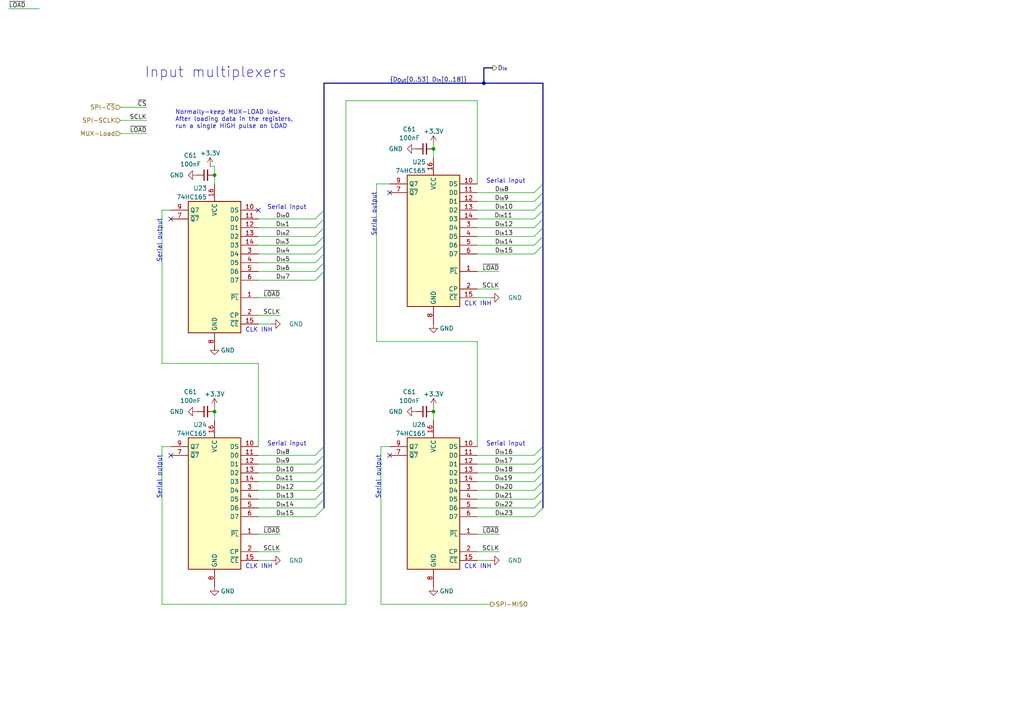
<source format=kicad_sch>
(kicad_sch (version 20230121) (generator eeschema)
  (paper "A4")
  (lib_symbols
    (symbol "74xx:74HC165"
      (property "Reference" "U" (at -7.62 19.05 0))
      (property "Value" "74HC165" (at -7.62 -21.59 0))
      (symbol "74HC165_1_0"
        (pin input line (at -12.7 -10.16 0) (length 5.08) (name "~{PL}") (number "1"))
        (pin input line (at -12.7 15.24 0) (length 5.08) (name "DS") (number "10"))
        (pin input line (at -12.7 12.7 0) (length 5.08) (name "D0") (number "11"))
        (pin input line (at -12.7 10.16 0) (length 5.08) (name "D1") (number "12"))
        (pin input line (at -12.7 7.62 0) (length 5.08) (name "D2") (number "13"))
        (pin input line (at -12.7 5.08 0) (length 5.08) (name "D3") (number "14"))
        (pin input line (at -12.7 -17.78 0) (length 5.08) (name "~{CE}") (number "15"))
        (pin power_in line (at 0 22.86 270) (length 5.08) (name "VCC") (number "16"))
        (pin input line (at -12.7 -15.24 0) (length 5.08) (name "CP") (number "2"))
        (pin input line (at -12.7 2.54 0) (length 5.08) (name "D4") (number "3"))
        (pin input line (at -12.7 0 0) (length 5.08) (name "D5") (number "4"))
        (pin input line (at -12.7 -2.54 0) (length 5.08) (name "D6") (number "5"))
        (pin input line (at -12.7 -5.08 0) (length 5.08) (name "D7") (number "6"))
        (pin output line (at 12.7 12.7 180) (length 5.08) (name "~{Q7}") (number "7"))
        (pin power_in line (at 0 -25.4 90) (length 5.08) (name "GND") (number "8"))
        (pin output line (at 12.7 15.24 180) (length 5.08) (name "Q7") (number "9"))
      )
      (symbol "74HC165_1_1"
        (rectangle (start -7.62 17.78) (end 7.62 -20.32) (stroke (width 0.254)) (fill (type background)))
      )
    )
    (symbol "Device:C_Small" (pin_numbers hide) (pin_names (offset 0.254) hide)
      (property "Reference" "C" (at 0.254 1.778 0))
      (property "Value" "C_Small" (at 0.254 -2.032 0))
      (symbol "C_Small_0_1"
        (polyline (pts (xy -1.524 -0.508) (xy 1.524 -0.508)) (stroke (width 0.3302)))
        (polyline (pts (xy -1.524 0.508) (xy 1.524 0.508)) (stroke (width 0.3048)))
      )
      (symbol "C_Small_1_1"
        (pin passive line (at 0 2.54 270) (length 2.032) (name "~") (number "1"))
        (pin passive line (at 0 -2.54 90) (length 2.032) (name "~") (number "2"))
      )
    )
    (symbol "power:+3.3V" (power) (pin_names (offset 0))
      (property "Value" "+3.3V" (at 0 3.556 0))
      (symbol "+3.3V_0_1"
        (polyline (pts (xy -0.762 1.27) (xy 0 2.54)))
        (polyline (pts (xy 0 0) (xy 0 2.54)))
        (polyline (pts (xy 0 2.54) (xy 0.762 1.27)))
      )
      (symbol "+3.3V_1_1"
        (pin power_in line (at 0 0 90) (length 0) hide (name "+3.3V") (number "1"))
      )
    )
    (symbol "power:GND" (power) (pin_names (offset 0))
      (property "Value" "GND" (at 0 -3.81 0))
      (symbol "GND_0_1"
        (polyline (pts (xy 0 0) (xy 0 -1.27) (xy 1.27 -1.27) (xy 0 -2.54) (xy -1.27 -1.27) (xy 0 -1.27)))
      )
      (symbol "GND_1_1"
        (pin power_in line (at 0 0 270) (length 0) hide (name "GND") (number "1"))
      )
    )
  )
  (junction (at 62.23 119.38))
  (junction (at 125.73 43.18))
  (junction (at 62.23 50.8))
  (junction (at 140.335 24.13))
  (junction (at 125.73 119.38))
  (no_connect (at 74.93 60.96))
  (no_connect (at 49.53 63.5))
  (no_connect (at 113.03 55.88))
  (no_connect (at 113.03 132.08))
  (no_connect (at 49.53 132.08))
  (bus_entry (at 157.48 147.32) (size -2.54 2.54))
  (bus_entry (at 93.98 76.2) (size -2.54 2.54))
  (bus_entry (at 157.48 53.34) (size -2.54 2.54))
  (bus_entry (at 93.98 134.62) (size -2.54 2.54))
  (bus_entry (at 157.48 134.62) (size -2.54 2.54))
  (bus_entry (at 157.48 60.96) (size -2.54 2.54))
  (bus_entry (at 93.98 60.96) (size -2.54 2.54))
  (bus_entry (at 93.98 68.58) (size -2.54 2.54))
  (bus_entry (at 157.48 132.08) (size -2.54 2.54))
  (bus_entry (at 157.48 66.04) (size -2.54 2.54))
  (bus_entry (at 157.48 137.16) (size -2.54 2.54))
  (bus_entry (at 93.98 78.74) (size -2.54 2.54))
  (bus_entry (at 93.98 139.7) (size -2.54 2.54))
  (bus_entry (at 93.98 144.78) (size -2.54 2.54))
  (bus_entry (at 157.48 55.88) (size -2.54 2.54))
  (bus_entry (at 93.98 73.66) (size -2.54 2.54))
  (bus_entry (at 93.98 132.08) (size -2.54 2.54))
  (bus_entry (at 157.48 144.78) (size -2.54 2.54))
  (bus_entry (at 93.98 63.5) (size -2.54 2.54))
  (bus_entry (at 93.98 137.16) (size -2.54 2.54))
  (bus_entry (at 157.48 68.58) (size -2.54 2.54))
  (bus_entry (at 157.48 71.12) (size -2.54 2.54))
  (bus_entry (at 157.48 142.24) (size -2.54 2.54))
  (bus_entry (at 93.98 142.24) (size -2.54 2.54))
  (bus_entry (at 157.48 129.54) (size -2.54 2.54))
  (bus_entry (at 93.98 147.32) (size -2.54 2.54))
  (bus_entry (at 157.48 139.7) (size -2.54 2.54))
  (bus_entry (at 93.98 71.12) (size -2.54 2.54))
  (bus_entry (at 157.48 63.5) (size -2.54 2.54))
  (bus_entry (at 93.98 129.54) (size -2.54 2.54))
  (bus_entry (at 93.98 66.04) (size -2.54 2.54))
  (bus_entry (at 157.48 58.42) (size -2.54 2.54))
  (wire (pts (xy 100.33 29.21) (xy 138.43 29.21)))
  (wire (pts (xy 138.43 162.56) (xy 142.24 162.56)))
  (wire (pts (xy 74.93 91.44) (xy 81.28 91.44)))
  (wire (pts (xy 74.93 78.74) (xy 91.44 78.74)))
  (wire (pts (xy 138.43 60.96) (xy 154.94 60.96)))
  (bus (pts (xy 93.98 134.62) (xy 93.98 132.08)))
  (wire (pts (xy 62.23 48.26) (xy 62.23 50.8)))
  (bus (pts (xy 157.48 139.7) (xy 157.48 142.24)))
  (bus (pts (xy 93.98 139.7) (xy 93.98 137.16)))
  (bus (pts (xy 157.48 129.54) (xy 157.48 132.08)))
  (wire (pts (xy 74.93 93.98) (xy 78.74 93.98)))
  (wire (pts (xy 74.93 76.2) (xy 91.44 76.2)))
  (wire (pts (xy 138.43 83.82) (xy 144.78 83.82)))
  (bus (pts (xy 157.48 53.34) (xy 157.48 55.88)))
  (wire (pts (xy 138.43 149.86) (xy 154.94 149.86)))
  (wire (pts (xy 74.93 73.66) (xy 91.44 73.66)))
  (wire (pts (xy 74.93 134.62) (xy 91.44 134.62)))
  (wire (pts (xy 138.43 66.04) (xy 154.94 66.04)))
  (bus (pts (xy 93.98 129.54) (xy 93.98 78.74)))
  (wire (pts (xy 74.93 81.28) (xy 91.44 81.28)))
  (bus (pts (xy 93.98 76.2) (xy 93.98 73.66)))
  (wire (pts (xy 74.93 137.16) (xy 91.44 137.16)))
  (bus (pts (xy 93.98 63.5) (xy 93.98 60.96)))
  (wire (pts (xy 74.93 139.7) (xy 91.44 139.7)))
  (bus (pts (xy 157.48 24.13) (xy 157.48 53.34)))
  (bus (pts (xy 93.98 137.16) (xy 93.98 134.62)))
  (wire (pts (xy 74.93 66.04) (xy 91.44 66.04)))
  (wire (pts (xy 46.99 60.96) (xy 49.53 60.96)))
  (bus (pts (xy 157.48 134.62) (xy 157.48 137.16)))
  (wire (pts (xy 125.73 43.18) (xy 125.73 45.72)))
  (wire (pts (xy 138.43 99.06) (xy 138.43 129.54)))
  (bus (pts (xy 93.98 24.13) (xy 140.335 24.13)))
  (bus (pts (xy 157.48 132.08) (xy 157.48 134.62)))
  (wire (pts (xy 46.99 129.54) (xy 46.99 175.26)))
  (wire (pts (xy 138.43 55.88) (xy 154.94 55.88)))
  (wire (pts (xy 74.93 149.86) (xy 91.44 149.86)))
  (bus (pts (xy 93.98 142.24) (xy 93.98 139.7)))
  (bus (pts (xy 93.98 60.96) (xy 93.98 24.13)))
  (bus (pts (xy 93.98 78.74) (xy 93.98 76.2)))
  (wire (pts (xy 138.43 63.5) (xy 154.94 63.5)))
  (bus (pts (xy 140.335 24.13) (xy 157.48 24.13)))
  (wire (pts (xy 74.93 144.78) (xy 91.44 144.78)))
  (wire (pts (xy 138.43 86.36) (xy 142.24 86.36)))
  (bus (pts (xy 140.335 24.13) (xy 140.335 19.685)))
  (wire (pts (xy 138.43 78.74) (xy 144.78 78.74)))
  (wire (pts (xy 74.93 162.56) (xy 78.74 162.56)))
  (wire (pts (xy 138.43 29.21) (xy 138.43 53.34)))
  (bus (pts (xy 157.48 68.58) (xy 157.48 71.12)))
  (bus (pts (xy 157.48 144.78) (xy 157.48 147.32)))
  (wire (pts (xy 62.23 101.6) (xy 62.23 100.33)))
  (wire (pts (xy 74.93 63.5) (xy 91.44 63.5)))
  (wire (pts (xy 46.99 60.96) (xy 46.99 105.41)))
  (wire (pts (xy 138.43 139.7) (xy 154.94 139.7)))
  (wire (pts (xy 2.54 2.54) (xy 11.43 2.54)))
  (wire (pts (xy 74.93 132.08) (xy 91.44 132.08)))
  (wire (pts (xy 138.43 144.78) (xy 154.94 144.78)))
  (wire (pts (xy 110.49 175.26) (xy 142.24 175.26)))
  (wire (pts (xy 125.73 118.11) (xy 125.73 119.38)))
  (wire (pts (xy 125.73 41.91) (xy 125.73 43.18)))
  (wire (pts (xy 74.93 71.12) (xy 91.44 71.12)))
  (bus (pts (xy 93.98 68.58) (xy 93.98 66.04)))
  (wire (pts (xy 62.23 48.26) (xy 60.96 48.26)))
  (wire (pts (xy 62.23 50.8) (xy 62.23 53.34)))
  (wire (pts (xy 109.22 99.06) (xy 138.43 99.06)))
  (bus (pts (xy 157.48 63.5) (xy 157.48 66.04)))
  (wire (pts (xy 138.43 73.66) (xy 154.94 73.66)))
  (wire (pts (xy 74.93 147.32) (xy 91.44 147.32)))
  (bus (pts (xy 93.98 144.78) (xy 93.98 142.24)))
  (wire (pts (xy 62.23 118.11) (xy 62.23 119.38)))
  (wire (pts (xy 138.43 132.08) (xy 154.94 132.08)))
  (wire (pts (xy 74.93 105.41) (xy 74.93 129.54)))
  (bus (pts (xy 157.48 55.88) (xy 157.48 58.42)))
  (wire (pts (xy 138.43 154.94) (xy 144.78 154.94)))
  (bus (pts (xy 140.335 19.685) (xy 142.875 19.685)))
  (wire (pts (xy 74.93 160.02) (xy 81.28 160.02)))
  (bus (pts (xy 157.48 60.96) (xy 157.48 63.5)))
  (bus (pts (xy 157.48 71.12) (xy 157.48 129.54)))
  (wire (pts (xy 34.925 38.735) (xy 42.545 38.735)))
  (bus (pts (xy 93.98 147.32) (xy 93.98 144.78)))
  (bus (pts (xy 157.48 137.16) (xy 157.48 139.7)))
  (wire (pts (xy 138.43 142.24) (xy 154.94 142.24)))
  (wire (pts (xy 138.43 134.62) (xy 154.94 134.62)))
  (wire (pts (xy 62.23 119.38) (xy 62.23 121.92)))
  (wire (pts (xy 74.93 68.58) (xy 91.44 68.58)))
  (bus (pts (xy 93.98 73.66) (xy 93.98 71.12)))
  (wire (pts (xy 138.43 137.16) (xy 154.94 137.16)))
  (wire (pts (xy 138.43 160.02) (xy 144.78 160.02)))
  (wire (pts (xy 138.43 58.42) (xy 154.94 58.42)))
  (bus (pts (xy 93.98 132.08) (xy 93.98 129.54)))
  (wire (pts (xy 74.93 154.94) (xy 81.28 154.94)))
  (wire (pts (xy 46.99 129.54) (xy 49.53 129.54)))
  (wire (pts (xy 138.43 147.32) (xy 154.94 147.32)))
  (wire (pts (xy 138.43 68.58) (xy 154.94 68.58)))
  (wire (pts (xy 74.93 86.36) (xy 81.28 86.36)))
  (bus (pts (xy 157.48 58.42) (xy 157.48 60.96)))
  (wire (pts (xy 100.33 175.26) (xy 100.33 29.21)))
  (wire (pts (xy 74.93 142.24) (xy 91.44 142.24)))
  (bus (pts (xy 157.48 142.24) (xy 157.48 144.78)))
  (wire (pts (xy 125.73 119.38) (xy 125.73 121.92)))
  (wire (pts (xy 138.43 71.12) (xy 154.94 71.12)))
  (wire (pts (xy 46.99 175.26) (xy 100.33 175.26)))
  (wire (pts (xy 110.49 129.54) (xy 113.03 129.54)))
  (wire (pts (xy 109.22 53.34) (xy 109.22 99.06)))
  (bus (pts (xy 157.48 66.04) (xy 157.48 68.58)))
  (bus (pts (xy 93.98 66.04) (xy 93.98 63.5)))
  (wire (pts (xy 109.22 53.34) (xy 113.03 53.34)))
  (wire (pts (xy 34.925 31.115) (xy 42.545 31.115)))
  (bus (pts (xy 93.98 71.12) (xy 93.98 68.58)))
  (wire (pts (xy 34.925 34.925) (xy 42.545 34.925)))
  (wire (pts (xy 110.49 129.54) (xy 110.49 175.26)))
  (wire (pts (xy 46.99 105.41) (xy 74.93 105.41)))
  (text "CLK INH" (at 134.62 88.9 0) (effects (font (size 1.27 1.27)) (justify left bottom)))
  (text "CLK INH" (at 71.12 165.1 0) (effects (font (size 1.27 1.27)) (justify left bottom)))
  (text "Normally-keep MUX-LOAD low.\nAfter loading data in the registers,\nrun a single HIGH pulse on LOAD" (at 50.8 37.465 0) (effects (font (size 1.27 1.27)) (justify left bottom)))
  (text "CLK INH" (at 71.12 96.52 0) (effects (font (size 1.27 1.27)) (justify left bottom)))
  (text "Serial input" (at 77.47 129.54 0) (effects (font (size 1.27 1.27)) (justify left bottom)))
  (text "Serial input" (at 140.97 129.54 0) (effects (font (size 1.27 1.27)) (justify left bottom)))
  (text "Serial output" (at 46.99 144.78 90) (effects (font (size 1.27 1.27)) (justify left bottom)))
  (text "CLK INH" (at 134.62 165.1 0) (effects (font (size 1.27 1.27)) (justify left bottom)))
  (text "Serial output" (at 46.99 76.2 90) (effects (font (size 1.27 1.27)) (justify left bottom)))
  (text "Serial output" (at 110.49 144.78 90) (effects (font (size 1.27 1.27)) (justify left bottom)))
  (text "Serial input" (at 140.97 53.34 0) (effects (font (size 1.27 1.27)) (justify left bottom)))
  (text "Input multiplexers" (at 41.91 22.86 0) (effects (font (size 3 3)) (justify left bottom)))
  (text "Serial input" (at 77.47 60.96 0) (effects (font (size 1.27 1.27)) (justify left bottom)))
  (text "Serial output" (at 109.22 68.58 90) (effects (font (size 1.27 1.27)) (justify left bottom)))
  (label "D_{In}15" (at 80.01 149.86 0))
  (label "D_{In}13" (at 143.51 68.58 0))
  (label "D_{In}14" (at 80.01 147.32 0))
  (label "D_{In}6" (at 80.01 78.74 0))
  (label "D_{In}17" (at 143.466 134.62 0))
  (label "SCLK" (at 144.78 160.02 180))
  (label "SCLK" (at 144.78 83.82 180))
  (label "D_{In}10" (at 143.51 60.96 0))
  (label "D_{In}15" (at 143.51 73.66 0))
  (label "D_{In}13" (at 80.01 144.78 0))
  (label "~{LOAD}" (at 81.28 86.36 180))
  (label "D_{In}21" (at 143.51 144.78 0))
  (label "D_{In}11" (at 143.3659 63.5 0))
  (label "SCLK" (at 81.28 91.44 180))
  (label "D_{In}20" (at 143.51 142.24 0))
  (label "D_{In}9" (at 143.466 58.42 0))
  (label "~{CS}" (at 42.545 31.115 180))
  (label "D_{In}8" (at 143.51 55.88 0))
  (label "~{LOAD}" (at 144.78 78.74 180))
  (label "{D_{Out}[0..53] D_{In}[0..18]}" (at 113.03 24.13 0))
  (label "D_{In}5" (at 80.01 76.2 0))
  (label "D_{In}19" (at 143.3659 139.7 0))
  (label "SCLK" (at 42.545 34.925 180))
  (label "~{LOAD}" (at 42.545 38.735 180))
  (label "D_{In}22" (at 143.51 147.32 0))
  (label "D_{In}1" (at 79.966 66.04 0))
  (label "D_{In}4" (at 80.01 73.66 0))
  (label "D_{In}9" (at 79.966 134.62 0))
  (label "D_{In}12" (at 80.01 142.24 0))
  (label "SCLK" (at 81.28 160.02 180))
  (label "D_{In}8" (at 80.01 132.08 0))
  (label "~{LOAD}" (at 144.78 154.94 180))
  (label "D_{In}3" (at 79.8659 71.12 0))
  (label "D_{In}0" (at 80.01 63.5 0))
  (label "D_{In}11" (at 79.8659 139.7 0))
  (label "D_{In}16" (at 143.51 132.08 0))
  (label "D_{In}10" (at 80.01 137.16 0))
  (label "~{LOAD}" (at 2.54 2.54 0))
  (label "D_{In}23" (at 143.51 149.86 0))
  (label "D_{In}12" (at 143.51 66.04 0))
  (label "D_{In}7" (at 80.01 81.28 0))
  (label "D_{In}14" (at 143.51 71.12 0))
  (label "D_{In}2" (at 80.01 68.58 0))
  (label "D_{In}18" (at 143.51 137.16 0))
  (label "~{LOAD}" (at 81.28 154.94 180))
  (hierarchical_label "MUX-Load" (shape input) (at 34.925 38.735 180))
  (hierarchical_label "SPI-SCLK" (shape input) (at 34.925 34.925 180))
  (hierarchical_label "SPI-~{CS}" (shape input) (at 34.925 31.115 180))
  (hierarchical_label "SPI-MISO" (shape output) (at 142.24 175.26 0))
  (hierarchical_label "D_{In}" (shape output) (at 142.875 19.685 0))
  (symbol (lib_id "Device:C_Small") (at 59.69 50.8 90) (unit 1)
    (property "Reference" "C61" (at 55.245 45.085 90))
    (property "Value" "100nF" (at 55.245 47.625 90))
    (property "Footprint" "Capacitor_SMD:C_0603_1608Metric" (effects hide))
    (property "MPN" "CL10B104KB8NNWC" (effects hide))
    (property "MPNA1" "CL10B104KB8NNNC" (effects hide))
    (instances (project "OpenPowerDistribution" (path "" (reference "C61") (unit 1)) (path "" (reference "C68") (unit 1))))
  )
  (symbol (lib_id "Device:C_Small") (at 123.19 43.18 90) (unit 1)
    (property "Reference" "C61" (at 118.745 37.465 90))
    (property "Value" "100nF" (at 118.745 40.005 90))
    (property "Footprint" "Capacitor_SMD:C_0603_1608Metric" (effects hide))
    (property "MPN" "CL10B104KB8NNWC" (effects hide))
    (property "MPNA1" "CL10B104KB8NNNC" (effects hide))
    (instances (project "OpenPowerDistribution" (path "" (reference "C61") (unit 1)) (path "" (reference "C70") (unit 1))))
  )
  (symbol (lib_id "power:GND") (at 62.23 100.33 0) (unit 1)
    (property "Reference" "#PWR0230" (effects hide))
    (property "Value" "GND" (at 66.04 101.6 0))
    (instances (project "OpenPowerDistribution" (path "" (reference "#PWR0230") (unit 1)) (path "" (reference "#PWR0254") (unit 1))))
  )
  (symbol (lib_id "power:GND") (at 78.74 93.98 90) (unit 1)
    (property "Reference" "#PWR0230" (effects hide))
    (property "Value" "GND" (at 83.82 93.98 90) (effects (justify right)))
    (instances (project "OpenPowerDistribution" (path "" (reference "#PWR0230") (unit 1)) (path "" (reference "#PWR0257") (unit 1))))
  )
  (symbol (lib_id "power:GND") (at 62.23 170.18 0) (unit 1)
    (property "Reference" "#PWR0230" (effects hide))
    (property "Value" "GND" (at 66.04 171.45 0))
    (instances (project "OpenPowerDistribution" (path "" (reference "#PWR0230") (unit 1)) (path "" (reference "#PWR0256") (unit 1))))
  )
  (symbol (lib_id "power:+3.3V") (at 125.73 41.91 0) (unit 1)
    (property "Reference" "#PWR0229" (effects hide))
    (property "Value" "+3.3V" (at 125.73 38.1 0))
    (instances (project "OpenPowerDistribution" (path "" (reference "#PWR0229") (unit 1)) (path "" (reference "#PWR0274") (unit 1))))
  )
  (symbol (lib_id "power:GND") (at 142.24 162.56 90) (unit 1)
    (property "Reference" "#PWR0230" (effects hide))
    (property "Value" "GND" (at 147.32 162.56 90) (effects (justify right)))
    (instances (project "OpenPowerDistribution" (path "" (reference "#PWR0230") (unit 1)) (path "" (reference "#PWR0264") (unit 1))))
  )
  (symbol (lib_id "power:GND") (at 78.74 162.56 90) (unit 1)
    (property "Reference" "#PWR0230" (effects hide))
    (property "Value" "GND" (at 83.82 162.56 90) (effects (justify right)))
    (instances (project "OpenPowerDistribution" (path "" (reference "#PWR0230") (unit 1)) (path "" (reference "#PWR0258") (unit 1))))
  )
  (symbol (lib_id "Device:C_Small") (at 123.19 119.38 90) (unit 1)
    (property "Reference" "C61" (at 118.745 113.665 90))
    (property "Value" "100nF" (at 118.745 116.205 90))
    (property "Footprint" "Capacitor_SMD:C_0603_1608Metric" (effects hide))
    (property "MPN" "CL10B104KB8NNWC" (effects hide))
    (property "MPNA1" "CL10B104KB8NNNC" (effects hide))
    (instances (project "OpenPowerDistribution" (path "" (reference "C61") (unit 1)) (path "" (reference "C71") (unit 1))))
  )
  (symbol (lib_id "74xx:74HC165") (at 125.73 144.78 0) (mirror y) (unit 1)
    (property "Reference" "U26" (at 123.5359 123.19 0) (effects (justify left)))
    (property "Value" "74HC165" (at 123.5359 125.73 0) (effects (justify left)))
    (property "Footprint" "Package_SO:TSSOP-16_4.4x5mm_P0.65mm" (effects hide))
    (property "Datasheet" "https://assets.nexperia.com/documents/data-sheet/74HC_HCT165.pdf" (effects hide))
    (property "MPN" "AiP74HC165TA16.TR" (effects hide))
    (property "LCSC Part#" "C5162258" (effects hide))
  )
  (symbol (lib_id "74xx:74HC165") (at 62.23 76.2 0) (mirror y) (unit 1)
    (property "Reference" "U23" (at 60.0359 54.61 0) (effects (justify left)))
    (property "Value" "74HC165" (at 60.0359 57.15 0) (effects (justify left)))
    (property "Footprint" "Package_SO:TSSOP-16_4.4x5mm_P0.65mm" (effects hide))
    (property "Datasheet" "https://assets.nexperia.com/documents/data-sheet/74HC_HCT165.pdf" (effects hide))
    (property "MPN" "AiP74HC165TA16.TR" (effects hide))
    (property "LCSC Part#" "C5162258" (effects hide))
  )
  (symbol (lib_id "power:GND") (at 142.24 86.36 90) (unit 1)
    (property "Reference" "#PWR0230" (effects hide))
    (property "Value" "GND" (at 147.32 86.36 90) (effects (justify right)))
    (instances (project "OpenPowerDistribution" (path "" (reference "#PWR0230") (unit 1)) (path "" (reference "#PWR0263") (unit 1))))
  )
  (symbol (lib_id "power:GND") (at 125.73 93.98 0) (unit 1)
    (property "Reference" "#PWR0230" (effects hide))
    (property "Value" "GND" (at 129.54 95.25 0))
    (instances (project "OpenPowerDistribution" (path "" (reference "#PWR0230") (unit 1)) (path "" (reference "#PWR0261") (unit 1))))
  )
  (symbol (lib_id "power:GND") (at 125.73 170.18 0) (unit 1)
    (property "Reference" "#PWR0230" (effects hide))
    (property "Value" "GND" (at 129.54 171.45 0))
    (instances (project "OpenPowerDistribution" (path "" (reference "#PWR0230") (unit 1)) (path "" (reference "#PWR0262") (unit 1))))
  )
  (symbol (lib_id "power:GND") (at 120.65 119.38 270) (unit 1)
    (property "Reference" "#PWR0226" (effects hide))
    (property "Value" "GND" (at 116.84 119.3799 90) (effects (justify right)))
    (instances (project "OpenPowerDistribution" (path "" (reference "#PWR0226") (unit 1)) (path "" (reference "#PWR0260") (unit 1))))
  )
  (symbol (lib_id "Device:C_Small") (at 59.69 119.38 90) (unit 1)
    (property "Reference" "C61" (at 55.245 113.665 90))
    (property "Value" "100nF" (at 55.245 116.205 90))
    (property "Footprint" "Capacitor_SMD:C_0603_1608Metric" (effects hide))
    (property "MPN" "CL10B104KB8NNWC" (effects hide))
    (property "MPNA1" "CL10B104KB8NNNC" (effects hide))
    (instances (project "OpenPowerDistribution" (path "" (reference "C61") (unit 1)) (path "" (reference "C69") (unit 1))))
  )
  (symbol (lib_id "74xx:74HC165") (at 62.23 144.78 0) (mirror y) (unit 1)
    (property "Reference" "U24" (at 60.0359 123.19 0) (effects (justify left)))
    (property "Value" "74HC165" (at 60.0359 125.73 0) (effects (justify left)))
    (property "Footprint" "Package_SO:TSSOP-16_4.4x5mm_P0.65mm" (effects hide))
    (property "Datasheet" "https://assets.nexperia.com/documents/data-sheet/74HC_HCT165.pdf" (effects hide))
    (property "MPN" "AiP74HC165TA16.TR" (effects hide))
    (property "LCSC Part#" "C5162258" (effects hide))
  )
  (symbol (lib_id "power:+3.3V") (at 62.23 118.11 0) (unit 1)
    (property "Reference" "#PWR0229" (effects hide))
    (property "Value" "+3.3V" (at 62.23 114.3 0))
    (instances (project "OpenPowerDistribution" (path "" (reference "#PWR0229") (unit 1)) (path "" (reference "#PWR0255") (unit 1))))
  )
  (symbol (lib_id "power:GND") (at 120.65 43.18 270) (unit 1)
    (property "Reference" "#PWR0226" (effects hide))
    (property "Value" "GND" (at 116.84 43.1799 90) (effects (justify right)))
    (instances (project "OpenPowerDistribution" (path "" (reference "#PWR0226") (unit 1)) (path "" (reference "#PWR0259") (unit 1))))
  )
  (symbol (lib_id "power:+3.3V") (at 125.73 118.11 0) (unit 1)
    (property "Reference" "#PWR0229" (effects hide))
    (property "Value" "+3.3V" (at 125.73 114.3 0))
    (instances (project "OpenPowerDistribution" (path "" (reference "#PWR0229") (unit 1)) (path "" (reference "#PWR0275") (unit 1))))
  )
  (symbol (lib_id "power:GND") (at 57.15 50.8 270) (unit 1)
    (property "Reference" "#PWR0226" (effects hide))
    (property "Value" "GND" (at 53.34 50.7999 90) (effects (justify right)))
    (instances (project "OpenPowerDistribution" (path "" (reference "#PWR0226") (unit 1)) (path "" (reference "#PWR0251") (unit 1))))
  )
  (symbol (lib_id "74xx:74HC165") (at 125.73 68.58 0) (mirror y) (unit 1)
    (property "Reference" "U25" (at 123.5359 46.99 0) (effects (justify left)))
    (property "Value" "74HC165" (at 123.5359 49.53 0) (effects (justify left)))
    (property "Footprint" "Package_SO:TSSOP-16_4.4x5mm_P0.65mm" (effects hide))
    (property "Datasheet" "https://assets.nexperia.com/documents/data-sheet/74HC_HCT165.pdf" (effects hide))
    (property "MPN" "AiP74HC165TA16.TR" (effects hide))
    (property "LCSC Part#" "C5162258" (effects hide))
  )
  (symbol (lib_id "power:+3.3V") (at 60.96 48.26 0) (unit 1)
    (property "Reference" "#PWR0229" (effects hide))
    (property "Value" "+3.3V" (at 60.96 44.45 0))
    (instances (project "OpenPowerDistribution" (path "" (reference "#PWR0229") (unit 1)) (path "" (reference "#PWR0253") (unit 1))))
  )
  (symbol (lib_id "power:GND") (at 57.15 119.38 270) (unit 1)
    (property "Reference" "#PWR0226" (effects hide))
    (property "Value" "GND" (at 53.34 119.3799 90) (effects (justify right)))
    (instances (project "OpenPowerDistribution" (path "" (reference "#PWR0226") (unit 1)) (path "" (reference "#PWR0252") (unit 1))))
  )
)
</source>
